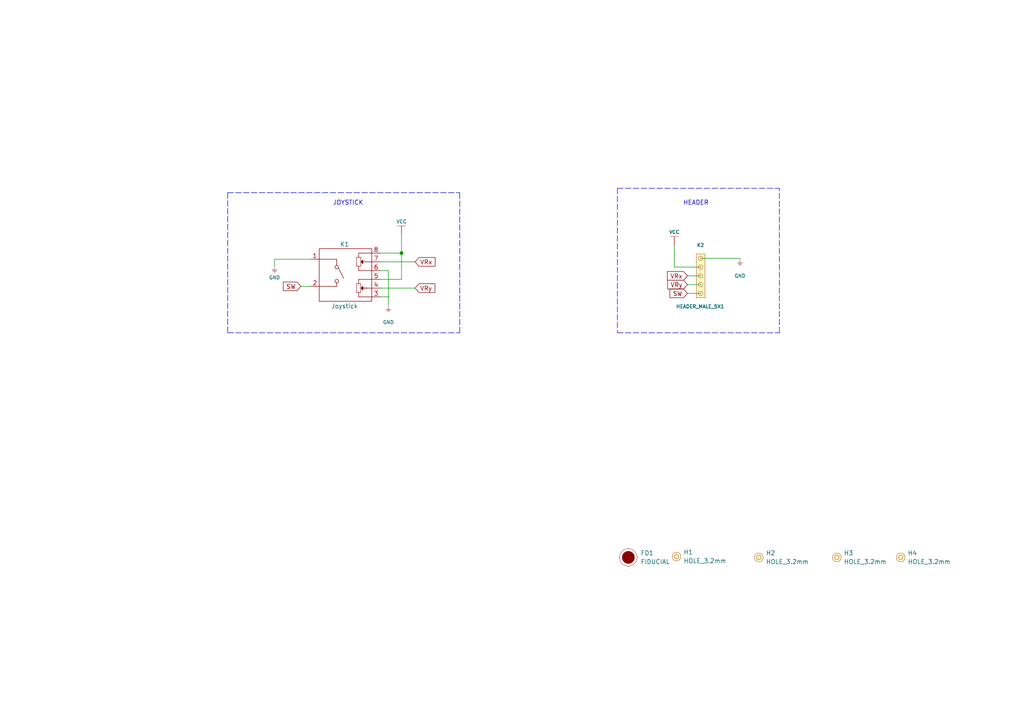
<source format=kicad_sch>
(kicad_sch (version 20210621) (generator eeschema)

  (uuid b7b2c7e9-017b-4a0e-b28b-73e3293c5d49)

  (paper "A4")

  (title_block
    (title "Joystick 2-axis with pushbutton breakout")
    (date "2021-09-09")
    (rev "V1.0.0.")
    (company "SOLDERED")
    (comment 1 "333089")
  )

  (lib_symbols
    (symbol "e-radionica.com schematics:FIDUCIAL" (in_bom no) (on_board yes)
      (property "Reference" "FD" (id 0) (at 0 3.81 0)
        (effects (font (size 1.27 1.27)))
      )
      (property "Value" "FIDUCIAL" (id 1) (at 0 -3.81 0)
        (effects (font (size 1.27 1.27)))
      )
      (property "Footprint" "e-radionica.com footprinti:FIDUCIAL_23" (id 2) (at 0.254 -5.334 0)
        (effects (font (size 1.27 1.27)) hide)
      )
      (property "Datasheet" "" (id 3) (at 0 0 0)
        (effects (font (size 1.27 1.27)) hide)
      )
      (symbol "FIDUCIAL_0_1"
        (circle (center 0 0) (radius 2.54) (stroke (width 0.0006)) (fill (type none)))
        (circle (center 0 0) (radius 1.7961) (stroke (width 0.001)) (fill (type outline)))
        (polyline
          (pts
            (xy -2.54 0)
            (xy -2.794 0)
          )
          (stroke (width 0.0006)) (fill (type none))
        )
        (polyline
          (pts
            (xy 0 -2.54)
            (xy 0 -2.794)
          )
          (stroke (width 0.0006)) (fill (type none))
        )
        (polyline
          (pts
            (xy 0 2.54)
            (xy 0 2.794)
          )
          (stroke (width 0.0006)) (fill (type none))
        )
        (polyline
          (pts
            (xy 2.54 0)
            (xy 2.794 0)
          )
          (stroke (width 0.0006)) (fill (type none))
        )
      )
    )
    (symbol "e-radionica.com schematics:GND" (power) (pin_names (offset 0)) (in_bom yes) (on_board yes)
      (property "Reference" "#PWR" (id 0) (at 4.445 0 0)
        (effects (font (size 1 1)) hide)
      )
      (property "Value" "GND" (id 1) (at 0 -2.921 0)
        (effects (font (size 1 1)))
      )
      (property "Footprint" "" (id 2) (at 4.445 3.81 0)
        (effects (font (size 1 1)) hide)
      )
      (property "Datasheet" "" (id 3) (at 4.445 3.81 0)
        (effects (font (size 1 1)) hide)
      )
      (property "ki_keywords" "power-flag" (id 4) (at 0 0 0)
        (effects (font (size 1.27 1.27)) hide)
      )
      (property "ki_description" "Power symbol creates a global label with name \"GND\"" (id 5) (at 0 0 0)
        (effects (font (size 1.27 1.27)) hide)
      )
      (symbol "GND_0_1"
        (polyline
          (pts
            (xy -0.762 -1.27)
            (xy 0.762 -1.27)
          )
          (stroke (width 0.0006)) (fill (type none))
        )
        (polyline
          (pts
            (xy -0.635 -1.524)
            (xy 0.635 -1.524)
          )
          (stroke (width 0.0006)) (fill (type none))
        )
        (polyline
          (pts
            (xy -0.381 -1.778)
            (xy 0.381 -1.778)
          )
          (stroke (width 0.0006)) (fill (type none))
        )
        (polyline
          (pts
            (xy -0.127 -2.032)
            (xy 0.127 -2.032)
          )
          (stroke (width 0.0006)) (fill (type none))
        )
        (polyline
          (pts
            (xy 0 0)
            (xy 0 -1.27)
          )
          (stroke (width 0.0006)) (fill (type none))
        )
      )
      (symbol "GND_1_1"
        (pin power_in line (at 0 0 270) (length 0) hide
          (name "GND" (effects (font (size 1.27 1.27))))
          (number "1" (effects (font (size 1.27 1.27))))
        )
      )
    )
    (symbol "e-radionica.com schematics:HEADER_MALE_5X1" (pin_numbers hide) (pin_names hide) (in_bom yes) (on_board yes)
      (property "Reference" "K" (id 0) (at -0.635 7.62 0)
        (effects (font (size 1 1)))
      )
      (property "Value" "HEADER_MALE_5X1" (id 1) (at 0.635 -7.62 0)
        (effects (font (size 1 1)))
      )
      (property "Footprint" "e-radionica.com footprinti:HEADER_MALE_5X1" (id 2) (at 0 0 0)
        (effects (font (size 1 1)) hide)
      )
      (property "Datasheet" "" (id 3) (at 0 0 0)
        (effects (font (size 1 1)) hide)
      )
      (symbol "HEADER_MALE_5X1_0_1"
        (circle (center 0 -5.08) (radius 0.635) (stroke (width 0.0006)) (fill (type none)))
        (circle (center 0 -2.54) (radius 0.635) (stroke (width 0.0006)) (fill (type none)))
        (circle (center 0 0) (radius 0.635) (stroke (width 0.0006)) (fill (type none)))
        (circle (center 0 2.54) (radius 0.635) (stroke (width 0.0006)) (fill (type none)))
        (circle (center 0 5.08) (radius 0.635) (stroke (width 0.0006)) (fill (type none)))
        (rectangle (start -1.27 6.35) (end 1.27 -6.35)
          (stroke (width 0.001)) (fill (type background))
        )
      )
      (symbol "HEADER_MALE_5X1_1_1"
        (pin passive line (at 0 -5.08 180) (length 0)
          (name "~" (effects (font (size 1 1))))
          (number "1" (effects (font (size 1 1))))
        )
        (pin passive line (at 0 -2.54 180) (length 0)
          (name "~" (effects (font (size 1 1))))
          (number "2" (effects (font (size 1 1))))
        )
        (pin passive line (at 0 0 180) (length 0)
          (name "~" (effects (font (size 1 1))))
          (number "3" (effects (font (size 1 1))))
        )
        (pin passive line (at 0 2.54 180) (length 0)
          (name "~" (effects (font (size 1 1))))
          (number "4" (effects (font (size 1 1))))
        )
        (pin passive line (at 0 5.08 180) (length 0)
          (name "~" (effects (font (size 0.991 0.991))))
          (number "5" (effects (font (size 0.991 0.991))))
        )
      )
    )
    (symbol "e-radionica.com schematics:HOLE_3.2mm" (pin_numbers hide) (pin_names hide) (in_bom yes) (on_board yes)
      (property "Reference" "H" (id 0) (at 0 2.54 0)
        (effects (font (size 1.27 1.27)))
      )
      (property "Value" "HOLE_3.2mm" (id 1) (at 0 -2.54 0)
        (effects (font (size 1.27 1.27)))
      )
      (property "Footprint" "e-radionica.com footprinti:HOLE_3.2mm" (id 2) (at 0 0 0)
        (effects (font (size 1.27 1.27)) hide)
      )
      (property "Datasheet" "" (id 3) (at 0 0 0)
        (effects (font (size 1.27 1.27)) hide)
      )
      (symbol "HOLE_3.2mm_0_1"
        (circle (center 0 0) (radius 0.635) (stroke (width 0.0006)) (fill (type none)))
        (circle (center 0 0) (radius 1.27) (stroke (width 0.001)) (fill (type background)))
      )
    )
    (symbol "e-radionica.com schematics:Joystick" (in_bom yes) (on_board yes)
      (property "Reference" "K" (id 0) (at 0 8.89 0)
        (effects (font (size 1.27 1.27)))
      )
      (property "Value" "Joystick" (id 1) (at 0 -9.652 0)
        (effects (font (size 1.27 1.27)))
      )
      (property "Footprint" "e-radionica.com footprinti:joystick" (id 2) (at -8.636 -4.064 90)
        (effects (font (size 1.27 1.27)) hide)
      )
      (property "Datasheet" "" (id 3) (at -8.636 -4.064 90)
        (effects (font (size 1.27 1.27)) hide)
      )
      (symbol "Joystick_0_1"
        (circle (center -2.286 -2.032) (radius 0.508) (stroke (width 0.1524)) (fill (type none)))
        (circle (center -2.286 2.032) (radius 0.508) (stroke (width 0.1524)) (fill (type none)))
        (rectangle (start -7.366 7.366) (end 7.874 -7.874)
          (stroke (width 0.1524)) (fill (type none))
        )
        (rectangle (start 3.429 -5.334) (end 3.4544 -2.794)
          (stroke (width 0.1)) (fill (type none))
        )
        (rectangle (start 3.429 -5.334) (end 4.699 -5.3086)
          (stroke (width 0.1)) (fill (type none))
        )
        (rectangle (start 3.429 -2.794) (end 4.699 -2.7686)
          (stroke (width 0.1)) (fill (type none))
        )
        (rectangle (start 3.429 2.286) (end 3.4544 4.826)
          (stroke (width 0.1)) (fill (type none))
        )
        (rectangle (start 3.429 2.286) (end 4.699 2.3114)
          (stroke (width 0.1)) (fill (type none))
        )
        (rectangle (start 3.429 4.826) (end 4.699 4.8514)
          (stroke (width 0.1)) (fill (type none))
        )
        (rectangle (start 4.699 -5.334) (end 4.7244 -2.794)
          (stroke (width 0.1)) (fill (type none))
        )
        (rectangle (start 4.699 2.286) (end 4.7244 4.826)
          (stroke (width 0.1)) (fill (type none))
        )
        (polyline
          (pts
            (xy 4.064 -6.604)
            (xy 4.064 -5.334)
          )
          (stroke (width 0.1524)) (fill (type none))
        )
        (polyline
          (pts
            (xy 4.064 -1.524)
            (xy 4.064 -2.794)
          )
          (stroke (width 0.1524)) (fill (type none))
        )
        (polyline
          (pts
            (xy 4.064 1.016)
            (xy 4.064 2.286)
          )
          (stroke (width 0.1524)) (fill (type none))
        )
        (polyline
          (pts
            (xy 6.604 -4.064)
            (xy 5.334 -4.064)
          )
          (stroke (width 0.1524)) (fill (type none))
        )
        (polyline
          (pts
            (xy 7.874 -4.064)
            (xy 5.334 -4.064)
          )
          (stroke (width 0.1524)) (fill (type none))
        )
        (polyline
          (pts
            (xy -7.366 -3.556)
            (xy -2.286 -3.556)
            (xy -2.286 -2.54)
          )
          (stroke (width 0.1524)) (fill (type none))
        )
        (polyline
          (pts
            (xy -7.366 4.318)
            (xy -2.286 4.318)
            (xy -2.286 2.54)
          )
          (stroke (width 0.1524)) (fill (type none))
        )
        (polyline
          (pts
            (xy -1.778 1.778)
            (xy -0.254 -1.27)
            (xy -0.508 -0.762)
          )
          (stroke (width 0.1524)) (fill (type none))
        )
        (polyline
          (pts
            (xy 7.874 -6.604)
            (xy 4.064 -6.604)
            (xy 4.064 -6.604)
          )
          (stroke (width 0.1524)) (fill (type none))
        )
        (polyline
          (pts
            (xy 7.874 -1.524)
            (xy 4.064 -1.524)
            (xy 5.334 -1.524)
          )
          (stroke (width 0.1524)) (fill (type none))
        )
        (polyline
          (pts
            (xy 7.874 1.016)
            (xy 4.064 1.016)
            (xy 7.874 1.016)
          )
          (stroke (width 0.1524)) (fill (type none))
        )
        (polyline
          (pts
            (xy 7.874 3.556)
            (xy 5.334 3.556)
            (xy 7.874 3.556)
          )
          (stroke (width 0.1524)) (fill (type none))
        )
        (polyline
          (pts
            (xy 7.874 6.096)
            (xy 4.064 6.096)
            (xy 4.064 4.826)
          )
          (stroke (width 0.1524)) (fill (type none))
        )
        (polyline
          (pts
            (xy 4.699 -4.064)
            (xy 5.334 -4.699)
            (xy 5.334 -3.429)
            (xy 4.699 -4.064)
          )
          (stroke (width 0.1)) (fill (type outline))
        )
        (polyline
          (pts
            (xy 4.699 3.556)
            (xy 5.334 2.921)
            (xy 5.334 4.191)
            (xy 4.699 3.556)
          )
          (stroke (width 0.1)) (fill (type outline))
        )
      )
      (symbol "Joystick_1_1"
        (pin passive line (at -9.906 4.318 0) (length 2.54)
          (name "" (effects (font (size 1.27 1.27))))
          (number "1" (effects (font (size 1.27 1.27))))
        )
        (pin passive line (at -9.906 -3.556 0) (length 2.54)
          (name "" (effects (font (size 1.27 1.27))))
          (number "2" (effects (font (size 1.27 1.27))))
        )
        (pin passive line (at 10.414 -6.604 180) (length 2.54)
          (name "" (effects (font (size 1.27 1.27))))
          (number "3" (effects (font (size 1.27 1.27))))
        )
        (pin passive line (at 10.414 -4.064 180) (length 2.54)
          (name "" (effects (font (size 1.27 1.27))))
          (number "4" (effects (font (size 1.27 1.27))))
        )
        (pin passive line (at 10.414 -1.524 180) (length 2.54)
          (name "" (effects (font (size 1.27 1.27))))
          (number "5" (effects (font (size 1.27 1.27))))
        )
        (pin passive line (at 10.414 1.016 180) (length 2.54)
          (name "" (effects (font (size 1.27 1.27))))
          (number "6" (effects (font (size 1.27 1.27))))
        )
        (pin passive line (at 10.414 3.556 180) (length 2.54)
          (name "" (effects (font (size 1.27 1.27))))
          (number "7" (effects (font (size 1.27 1.27))))
        )
        (pin passive line (at 10.414 6.096 180) (length 2.54)
          (name "" (effects (font (size 1.27 1.27))))
          (number "8" (effects (font (size 1.27 1.27))))
        )
      )
    )
    (symbol "e-radionica.com schematics:VCC" (power) (pin_names (offset 0)) (in_bom yes) (on_board yes)
      (property "Reference" "#PWR" (id 0) (at 4.445 0 0)
        (effects (font (size 1 1)) hide)
      )
      (property "Value" "VCC" (id 1) (at 0 3.556 0)
        (effects (font (size 1 1)))
      )
      (property "Footprint" "" (id 2) (at 4.445 3.81 0)
        (effects (font (size 1 1)) hide)
      )
      (property "Datasheet" "" (id 3) (at 4.445 3.81 0)
        (effects (font (size 1 1)) hide)
      )
      (property "ki_keywords" "power-flag" (id 4) (at 0 0 0)
        (effects (font (size 1.27 1.27)) hide)
      )
      (property "ki_description" "Power symbol creates a global label with name \"VCC\"" (id 5) (at 0 0 0)
        (effects (font (size 1.27 1.27)) hide)
      )
      (symbol "VCC_0_1"
        (polyline
          (pts
            (xy -1.27 2.54)
            (xy 1.27 2.54)
          )
          (stroke (width 0.0006)) (fill (type none))
        )
        (polyline
          (pts
            (xy 0 0)
            (xy 0 2.54)
          )
          (stroke (width 0)) (fill (type none))
        )
      )
      (symbol "VCC_1_1"
        (pin power_in line (at 0 0 90) (length 0) hide
          (name "VCC" (effects (font (size 1.27 1.27))))
          (number "1" (effects (font (size 1.27 1.27))))
        )
      )
    )
  )

  (junction (at 116.459 73.406) (diameter 0.9144) (color 0 0 0 0))

  (wire (pts (xy 79.629 75.184) (xy 90.043 75.184))
    (stroke (width 0) (type solid) (color 0 0 0 0))
    (uuid a2365d7e-7881-40bc-b5b6-ff50b90fdce2)
  )
  (wire (pts (xy 79.629 76.962) (xy 79.629 75.184))
    (stroke (width 0) (type solid) (color 0 0 0 0))
    (uuid dd6949ce-4778-4dd7-9c27-0892b33e8d3f)
  )
  (wire (pts (xy 87.249 83.058) (xy 90.043 83.058))
    (stroke (width 0) (type solid) (color 0 0 0 0))
    (uuid 811b2b13-80d1-4c5d-9a4d-3f66569718ec)
  )
  (wire (pts (xy 110.363 75.946) (xy 120.396 75.946))
    (stroke (width 0) (type solid) (color 0 0 0 0))
    (uuid fb334305-092e-4bf1-9c8a-2bb6e023d1d9)
  )
  (wire (pts (xy 110.363 78.486) (xy 112.649 78.486))
    (stroke (width 0) (type solid) (color 0 0 0 0))
    (uuid 3afa3e09-000a-4957-b2d3-38f3b805e40d)
  )
  (wire (pts (xy 110.363 81.026) (xy 116.459 81.026))
    (stroke (width 0) (type solid) (color 0 0 0 0))
    (uuid c2822f2a-d4d9-49be-9b25-f2856b6a3b08)
  )
  (wire (pts (xy 110.363 83.566) (xy 120.396 83.566))
    (stroke (width 0) (type solid) (color 0 0 0 0))
    (uuid fb968038-e3fc-4140-b2ec-3af1e99aab3f)
  )
  (wire (pts (xy 110.363 86.106) (xy 112.776 86.106))
    (stroke (width 0) (type solid) (color 0 0 0 0))
    (uuid f8dc8432-1a63-4e9e-8687-0a71c1e07d16)
  )
  (wire (pts (xy 112.649 78.486) (xy 112.649 88.392))
    (stroke (width 0) (type solid) (color 0 0 0 0))
    (uuid 3afa3e09-000a-4957-b2d3-38f3b805e40d)
  )
  (wire (pts (xy 116.459 68.072) (xy 116.459 73.406))
    (stroke (width 0) (type solid) (color 0 0 0 0))
    (uuid 6c36f485-df52-4ce8-b373-62634dbe6c34)
  )
  (wire (pts (xy 116.459 73.406) (xy 110.363 73.406))
    (stroke (width 0) (type solid) (color 0 0 0 0))
    (uuid 6c36f485-df52-4ce8-b373-62634dbe6c34)
  )
  (wire (pts (xy 116.459 81.026) (xy 116.459 73.406))
    (stroke (width 0) (type solid) (color 0 0 0 0))
    (uuid c2822f2a-d4d9-49be-9b25-f2856b6a3b08)
  )
  (wire (pts (xy 195.58 77.47) (xy 195.58 71.12))
    (stroke (width 0) (type solid) (color 0 0 0 0))
    (uuid 597e61c5-09f1-4cac-b2f0-5e98ddf771b4)
  )
  (wire (pts (xy 199.39 80.01) (xy 203.2 80.01))
    (stroke (width 0) (type solid) (color 0 0 0 0))
    (uuid 682c8dd7-d6bd-456b-8fbd-290bde074356)
  )
  (wire (pts (xy 199.39 82.55) (xy 203.2 82.55))
    (stroke (width 0) (type solid) (color 0 0 0 0))
    (uuid ba8fb9b8-516d-498a-9ac9-719acd4e118e)
  )
  (wire (pts (xy 199.39 85.09) (xy 203.2 85.09))
    (stroke (width 0) (type solid) (color 0 0 0 0))
    (uuid 6f3dc5b7-ceb1-424d-b0d6-46919ac4f89f)
  )
  (wire (pts (xy 203.2 74.93) (xy 214.63 74.93))
    (stroke (width 0) (type solid) (color 0 0 0 0))
    (uuid 1985f6b7-cf82-45f3-9bea-2c64e70c7f4b)
  )
  (wire (pts (xy 203.2 77.47) (xy 195.58 77.47))
    (stroke (width 0) (type solid) (color 0 0 0 0))
    (uuid 597e61c5-09f1-4cac-b2f0-5e98ddf771b4)
  )
  (polyline (pts (xy 66.04 55.88) (xy 66.04 96.52))
    (stroke (width 0) (type dash) (color 0 0 0 0))
    (uuid baf0b99e-a2d9-44df-8bef-df80b0d32053)
  )
  (polyline (pts (xy 66.04 55.88) (xy 133.35 55.88))
    (stroke (width 0) (type dash) (color 0 0 0 0))
    (uuid baf0b99e-a2d9-44df-8bef-df80b0d32053)
  )
  (polyline (pts (xy 66.04 96.52) (xy 133.35 96.52))
    (stroke (width 0) (type dash) (color 0 0 0 0))
    (uuid baf0b99e-a2d9-44df-8bef-df80b0d32053)
  )
  (polyline (pts (xy 133.35 96.52) (xy 133.35 55.88))
    (stroke (width 0) (type dash) (color 0 0 0 0))
    (uuid baf0b99e-a2d9-44df-8bef-df80b0d32053)
  )
  (polyline (pts (xy 179.07 54.61) (xy 179.07 96.52))
    (stroke (width 0) (type dash) (color 0 0 0 0))
    (uuid 9b15ab40-6e20-4ba3-82d4-8aaa52f4f6b9)
  )
  (polyline (pts (xy 179.07 54.61) (xy 226.06 54.61))
    (stroke (width 0) (type dash) (color 0 0 0 0))
    (uuid 9b15ab40-6e20-4ba3-82d4-8aaa52f4f6b9)
  )
  (polyline (pts (xy 179.07 96.52) (xy 226.06 96.52))
    (stroke (width 0) (type dash) (color 0 0 0 0))
    (uuid 9b15ab40-6e20-4ba3-82d4-8aaa52f4f6b9)
  )
  (polyline (pts (xy 226.06 96.52) (xy 226.06 54.61))
    (stroke (width 0) (type dash) (color 0 0 0 0))
    (uuid 9b15ab40-6e20-4ba3-82d4-8aaa52f4f6b9)
  )

  (text "JOYSTICK\n" (at 96.52 59.69 0)
    (effects (font (size 1.27 1.27)) (justify left bottom))
    (uuid 4368322d-f91b-4c03-98fe-61b806803039)
  )
  (text "HEADER\n" (at 198.12 59.69 0)
    (effects (font (size 1.27 1.27)) (justify left bottom))
    (uuid e65247cf-dfd1-48db-a559-3f8aacc78f47)
  )

  (global_label "SW" (shape input) (at 87.249 83.058 180) (fields_autoplaced)
    (effects (font (size 1.27 1.27)) (justify right))
    (uuid c191fa5d-07d1-4903-9155-dc56623890c1)
    (property "Intersheet References" "${INTERSHEET_REFS}" (id 0) (at 82.1749 82.9786 0)
      (effects (font (size 1.27 1.27)) (justify right) hide)
    )
  )
  (global_label "VRx" (shape input) (at 120.396 75.946 0) (fields_autoplaced)
    (effects (font (size 1.27 1.27)) (justify left))
    (uuid 8d8198b9-8f0c-49ee-ab9c-1d026051443f)
    (property "Intersheet References" "${INTERSHEET_REFS}" (id 0) (at 126.1958 76.0254 0)
      (effects (font (size 1.27 1.27)) (justify left) hide)
    )
  )
  (global_label "VRy" (shape input) (at 120.396 83.566 0) (fields_autoplaced)
    (effects (font (size 1.27 1.27)) (justify left))
    (uuid 14df6c09-073b-4895-95ee-3e41157100e4)
    (property "Intersheet References" "${INTERSHEET_REFS}" (id 0) (at 126.1353 83.6454 0)
      (effects (font (size 1.27 1.27)) (justify left) hide)
    )
  )
  (global_label "VRx" (shape input) (at 199.39 80.01 180) (fields_autoplaced)
    (effects (font (size 1.27 1.27)) (justify right))
    (uuid 2bd1bce9-c422-4908-8120-c07ab2f2a7e0)
    (property "Intersheet References" "${INTERSHEET_REFS}" (id 0) (at 193.5902 79.9306 0)
      (effects (font (size 1.27 1.27)) (justify right) hide)
    )
  )
  (global_label "VRy" (shape input) (at 199.39 82.55 180) (fields_autoplaced)
    (effects (font (size 1.27 1.27)) (justify right))
    (uuid cba7abb6-2761-46d0-9796-d9b98f979c8b)
    (property "Intersheet References" "${INTERSHEET_REFS}" (id 0) (at 193.6507 82.4706 0)
      (effects (font (size 1.27 1.27)) (justify right) hide)
    )
  )
  (global_label "SW" (shape input) (at 199.39 85.09 180) (fields_autoplaced)
    (effects (font (size 1.27 1.27)) (justify right))
    (uuid 0eeeb760-0db0-4fbf-bec5-4801c4892a39)
    (property "Intersheet References" "${INTERSHEET_REFS}" (id 0) (at 194.3159 85.0106 0)
      (effects (font (size 1.27 1.27)) (justify right) hide)
    )
  )

  (symbol (lib_id "e-radionica.com schematics:GND") (at 79.629 76.962 0) (unit 1)
    (in_bom yes) (on_board yes)
    (uuid 3dee240e-9263-4627-ba25-c47ad888f192)
    (property "Reference" "#PWR?" (id 0) (at 84.074 76.962 0)
      (effects (font (size 1 1)) hide)
    )
    (property "Value" "GND" (id 1) (at 79.629 80.518 0)
      (effects (font (size 1 1)))
    )
    (property "Footprint" "" (id 2) (at 84.074 73.152 0)
      (effects (font (size 1 1)) hide)
    )
    (property "Datasheet" "" (id 3) (at 84.074 73.152 0)
      (effects (font (size 1 1)) hide)
    )
    (pin "1" (uuid 5445f0e0-c3b7-4bff-8964-8bd4d4d6c0c3))
  )

  (symbol (lib_id "e-radionica.com schematics:GND") (at 112.649 88.392 0) (unit 1)
    (in_bom yes) (on_board yes) (fields_autoplaced)
    (uuid 2090c9f9-267d-4f23-9aee-80f06e152e66)
    (property "Reference" "#PWR?" (id 0) (at 117.094 88.392 0)
      (effects (font (size 1 1)) hide)
    )
    (property "Value" "GND" (id 1) (at 112.649 93.472 0)
      (effects (font (size 1 1)))
    )
    (property "Footprint" "" (id 2) (at 117.094 84.582 0)
      (effects (font (size 1 1)) hide)
    )
    (property "Datasheet" "" (id 3) (at 117.094 84.582 0)
      (effects (font (size 1 1)) hide)
    )
    (pin "1" (uuid b3501842-9633-4ca1-bd4e-8718ac1fb442))
  )

  (symbol (lib_id "e-radionica.com schematics:GND") (at 214.63 74.93 0) (unit 1)
    (in_bom yes) (on_board yes) (fields_autoplaced)
    (uuid ad99a389-44ce-4a17-9a14-46cb5f149290)
    (property "Reference" "#PWR?" (id 0) (at 219.075 74.93 0)
      (effects (font (size 1 1)) hide)
    )
    (property "Value" "GND" (id 1) (at 214.63 80.01 0)
      (effects (font (size 1 1)))
    )
    (property "Footprint" "" (id 2) (at 219.075 71.12 0)
      (effects (font (size 1 1)) hide)
    )
    (property "Datasheet" "" (id 3) (at 219.075 71.12 0)
      (effects (font (size 1 1)) hide)
    )
    (pin "1" (uuid 87d725fd-33da-400d-8d93-da03f1ad44d6))
  )

  (symbol (lib_id "e-radionica.com schematics:HOLE_3.2mm") (at 196.215 161.417 0) (unit 1)
    (in_bom yes) (on_board yes) (fields_autoplaced)
    (uuid b4b54091-e263-49de-a2de-1b2ee888e551)
    (property "Reference" "H1" (id 0) (at 198.247 160.1469 0)
      (effects (font (size 1.27 1.27)) (justify left))
    )
    (property "Value" "HOLE_3.2mm" (id 1) (at 198.247 162.6869 0)
      (effects (font (size 1.27 1.27)) (justify left))
    )
    (property "Footprint" "e-radionica.com footprinti:HOLE_3.2mm" (id 2) (at 196.215 161.417 0)
      (effects (font (size 1.27 1.27)) hide)
    )
    (property "Datasheet" "" (id 3) (at 196.215 161.417 0)
      (effects (font (size 1.27 1.27)) hide)
    )
  )

  (symbol (lib_id "e-radionica.com schematics:HOLE_3.2mm") (at 220.091 161.671 0) (unit 1)
    (in_bom yes) (on_board yes) (fields_autoplaced)
    (uuid bf9bf18b-0b40-4114-b8b3-b0273fbab3bf)
    (property "Reference" "H2" (id 0) (at 222.123 160.4009 0)
      (effects (font (size 1.27 1.27)) (justify left))
    )
    (property "Value" "HOLE_3.2mm" (id 1) (at 222.123 162.9409 0)
      (effects (font (size 1.27 1.27)) (justify left))
    )
    (property "Footprint" "e-radionica.com footprinti:HOLE_3.2mm" (id 2) (at 220.091 161.671 0)
      (effects (font (size 1.27 1.27)) hide)
    )
    (property "Datasheet" "" (id 3) (at 220.091 161.671 0)
      (effects (font (size 1.27 1.27)) hide)
    )
  )

  (symbol (lib_id "e-radionica.com schematics:HOLE_3.2mm") (at 242.697 161.671 0) (unit 1)
    (in_bom yes) (on_board yes) (fields_autoplaced)
    (uuid c82fa317-7df2-434a-9915-b893e6410879)
    (property "Reference" "H3" (id 0) (at 244.729 160.4009 0)
      (effects (font (size 1.27 1.27)) (justify left))
    )
    (property "Value" "HOLE_3.2mm" (id 1) (at 244.729 162.9409 0)
      (effects (font (size 1.27 1.27)) (justify left))
    )
    (property "Footprint" "e-radionica.com footprinti:HOLE_3.2mm" (id 2) (at 242.697 161.671 0)
      (effects (font (size 1.27 1.27)) hide)
    )
    (property "Datasheet" "" (id 3) (at 242.697 161.671 0)
      (effects (font (size 1.27 1.27)) hide)
    )
  )

  (symbol (lib_id "e-radionica.com schematics:HOLE_3.2mm") (at 261.239 161.671 0) (unit 1)
    (in_bom yes) (on_board yes) (fields_autoplaced)
    (uuid ecdd8b38-db7f-4b14-9fe3-288f96f5d8cd)
    (property "Reference" "H4" (id 0) (at 263.271 160.4009 0)
      (effects (font (size 1.27 1.27)) (justify left))
    )
    (property "Value" "HOLE_3.2mm" (id 1) (at 263.271 162.9409 0)
      (effects (font (size 1.27 1.27)) (justify left))
    )
    (property "Footprint" "e-radionica.com footprinti:HOLE_3.2mm" (id 2) (at 261.239 161.671 0)
      (effects (font (size 1.27 1.27)) hide)
    )
    (property "Datasheet" "" (id 3) (at 261.239 161.671 0)
      (effects (font (size 1.27 1.27)) hide)
    )
  )

  (symbol (lib_id "e-radionica.com schematics:VCC") (at 116.459 68.072 0) (unit 1)
    (in_bom yes) (on_board yes) (fields_autoplaced)
    (uuid cf5b5e0f-48ae-456f-b0b4-23496ce43e33)
    (property "Reference" "#PWR?" (id 0) (at 120.904 68.072 0)
      (effects (font (size 1 1)) hide)
    )
    (property "Value" "VCC" (id 1) (at 116.459 64.262 0)
      (effects (font (size 1 1)))
    )
    (property "Footprint" "" (id 2) (at 120.904 64.262 0)
      (effects (font (size 1 1)) hide)
    )
    (property "Datasheet" "" (id 3) (at 120.904 64.262 0)
      (effects (font (size 1 1)) hide)
    )
    (pin "1" (uuid 0bbab0d6-e977-4a9b-9e97-8b04878143e1))
  )

  (symbol (lib_id "e-radionica.com schematics:VCC") (at 195.58 71.12 0) (unit 1)
    (in_bom yes) (on_board yes) (fields_autoplaced)
    (uuid d3486a9f-79f1-47bc-ad1b-90b11edd0746)
    (property "Reference" "#PWR?" (id 0) (at 200.025 71.12 0)
      (effects (font (size 1 1)) hide)
    )
    (property "Value" "VCC" (id 1) (at 195.58 67.31 0)
      (effects (font (size 1 1)))
    )
    (property "Footprint" "" (id 2) (at 200.025 67.31 0)
      (effects (font (size 1 1)) hide)
    )
    (property "Datasheet" "" (id 3) (at 200.025 67.31 0)
      (effects (font (size 1 1)) hide)
    )
    (pin "1" (uuid 3f99a882-0f36-4fd3-be27-95f1d1cf2302))
  )

  (symbol (lib_id "e-radionica.com schematics:FIDUCIAL") (at 182.245 161.671 0) (unit 1)
    (in_bom no) (on_board yes) (fields_autoplaced)
    (uuid 41818bb8-7df4-440f-90b4-f40b8d706a57)
    (property "Reference" "FD1" (id 0) (at 185.801 160.4009 0)
      (effects (font (size 1.27 1.27)) (justify left))
    )
    (property "Value" "FIDUCIAL" (id 1) (at 185.801 162.9409 0)
      (effects (font (size 1.27 1.27)) (justify left))
    )
    (property "Footprint" "e-radionica.com footprinti:FIDUCIAL_23" (id 2) (at 182.499 167.005 0)
      (effects (font (size 1.27 1.27)) hide)
    )
    (property "Datasheet" "" (id 3) (at 182.245 161.671 0)
      (effects (font (size 1.27 1.27)) hide)
    )
  )

  (symbol (lib_id "e-radionica.com schematics:HEADER_MALE_5X1") (at 203.2 80.01 0) (unit 1)
    (in_bom yes) (on_board yes)
    (uuid e14c703d-210d-4cf0-b024-27966533946e)
    (property "Reference" "K2" (id 0) (at 203.2 71.12 0)
      (effects (font (size 1 1)))
    )
    (property "Value" "HEADER_MALE_5X1" (id 1) (at 203.073 88.9 0)
      (effects (font (size 1 1)))
    )
    (property "Footprint" "e-radionica.com footprinti:HEADER_MALE_5X1" (id 2) (at 203.2 80.01 0)
      (effects (font (size 1 1)) hide)
    )
    (property "Datasheet" "" (id 3) (at 203.2 80.01 0)
      (effects (font (size 1 1)) hide)
    )
    (pin "1" (uuid 639cd9ef-ab6d-4112-94b1-faf5cc5c24f1))
    (pin "2" (uuid 146d6d3a-e478-4199-bfe5-59ecf52c0c3a))
    (pin "3" (uuid dd43f741-3621-4c69-aaa7-d946ef0b676f))
    (pin "4" (uuid 85879e62-8588-42ee-8287-065f82a5569f))
    (pin "5" (uuid 5d6b72f9-c544-4601-bc17-2d3dd8108cdb))
  )

  (symbol (lib_id "e-radionica.com schematics:Joystick") (at 99.949 79.502 0) (unit 1)
    (in_bom yes) (on_board yes)
    (uuid 25051e7c-9587-4bd9-b252-680020e2d0c0)
    (property "Reference" "K1" (id 0) (at 99.949 70.866 0))
    (property "Value" "Joystick" (id 1) (at 99.949 88.773 0))
    (property "Footprint" "e-radionica.com footprinti:joystick" (id 2) (at 91.313 83.566 90)
      (effects (font (size 1.27 1.27)) hide)
    )
    (property "Datasheet" "" (id 3) (at 91.313 83.566 90)
      (effects (font (size 1.27 1.27)) hide)
    )
    (pin "1" (uuid 2d04007f-37ea-432a-a183-090364d1d4b5))
    (pin "2" (uuid 20922d2a-36bb-4d58-98fa-ab171a6ce1bd))
    (pin "3" (uuid 6b292ccc-38a0-4293-ba96-32afb63e550f))
    (pin "4" (uuid f2a509b1-8f7a-48fc-8268-f86efff37333))
    (pin "5" (uuid d676fd47-52cc-4d21-a1f4-175d5d25f861))
    (pin "6" (uuid 9a5bfc24-58aa-4308-8e29-f781994412b1))
    (pin "7" (uuid 9bedfc82-fb62-4bde-9914-a485791504f4))
    (pin "8" (uuid 12f8f55f-9ae2-4e4b-9835-08f5f581c960))
  )

  (sheet_instances
    (path "/" (page "1"))
  )

  (symbol_instances
    (path "/2090c9f9-267d-4f23-9aee-80f06e152e66"
      (reference "#PWR?") (unit 1) (value "GND") (footprint "")
    )
    (path "/3dee240e-9263-4627-ba25-c47ad888f192"
      (reference "#PWR?") (unit 1) (value "GND") (footprint "")
    )
    (path "/ad99a389-44ce-4a17-9a14-46cb5f149290"
      (reference "#PWR?") (unit 1) (value "GND") (footprint "")
    )
    (path "/cf5b5e0f-48ae-456f-b0b4-23496ce43e33"
      (reference "#PWR?") (unit 1) (value "VCC") (footprint "")
    )
    (path "/d3486a9f-79f1-47bc-ad1b-90b11edd0746"
      (reference "#PWR?") (unit 1) (value "VCC") (footprint "")
    )
    (path "/41818bb8-7df4-440f-90b4-f40b8d706a57"
      (reference "FD1") (unit 1) (value "FIDUCIAL") (footprint "e-radionica.com footprinti:FIDUCIAL_23")
    )
    (path "/b4b54091-e263-49de-a2de-1b2ee888e551"
      (reference "H1") (unit 1) (value "HOLE_3.2mm") (footprint "e-radionica.com footprinti:HOLE_3.2mm")
    )
    (path "/bf9bf18b-0b40-4114-b8b3-b0273fbab3bf"
      (reference "H2") (unit 1) (value "HOLE_3.2mm") (footprint "e-radionica.com footprinti:HOLE_3.2mm")
    )
    (path "/c82fa317-7df2-434a-9915-b893e6410879"
      (reference "H3") (unit 1) (value "HOLE_3.2mm") (footprint "e-radionica.com footprinti:HOLE_3.2mm")
    )
    (path "/ecdd8b38-db7f-4b14-9fe3-288f96f5d8cd"
      (reference "H4") (unit 1) (value "HOLE_3.2mm") (footprint "e-radionica.com footprinti:HOLE_3.2mm")
    )
    (path "/25051e7c-9587-4bd9-b252-680020e2d0c0"
      (reference "K1") (unit 1) (value "Joystick") (footprint "e-radionica.com footprinti:joystick")
    )
    (path "/e14c703d-210d-4cf0-b024-27966533946e"
      (reference "K2") (unit 1) (value "HEADER_MALE_5X1") (footprint "e-radionica.com footprinti:HEADER_MALE_5X1")
    )
  )
)

</source>
